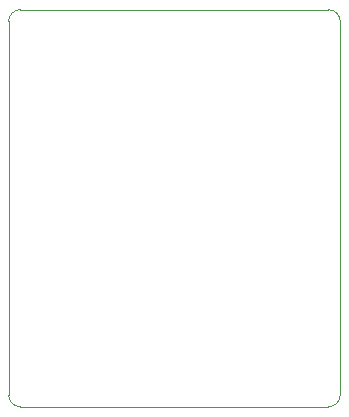
<source format=gm1>
%TF.GenerationSoftware,KiCad,Pcbnew,5.99.0-unknown-b691c18bfc~117~ubuntu20.10.1*%
%TF.CreationDate,2021-03-21T19:03:18-07:00*%
%TF.ProjectId,xx1000-qt,78783130-3030-42d7-9174-2e6b69636164,rev?*%
%TF.SameCoordinates,Original*%
%TF.FileFunction,Profile,NP*%
%FSLAX46Y46*%
G04 Gerber Fmt 4.6, Leading zero omitted, Abs format (unit mm)*
G04 Created by KiCad (PCBNEW 5.99.0-unknown-b691c18bfc~117~ubuntu20.10.1) date 2021-03-21 19:03:18*
%MOMM*%
%LPD*%
G01*
G04 APERTURE LIST*
%TA.AperFunction,Profile*%
%ADD10C,0.050000*%
%TD*%
G04 APERTURE END LIST*
D10*
X99425000Y-77525000D02*
G75*
G03*
X100425000Y-78525000I1000000J0D01*
G01*
X126500000Y-44900000D02*
G75*
G02*
X127500000Y-45900000I0J-1000000D01*
G01*
X126500000Y-44900000D02*
X100425000Y-44900000D01*
X100425000Y-78525000D02*
X126500000Y-78525000D01*
X100425000Y-44900000D02*
G75*
G03*
X99425000Y-45900000I0J-1000000D01*
G01*
X99425000Y-45900000D02*
X99425000Y-77525000D01*
X127500000Y-77525000D02*
G75*
G02*
X126500000Y-78525000I-1000000J0D01*
G01*
X127500000Y-77525000D02*
X127500000Y-45900000D01*
M02*

</source>
